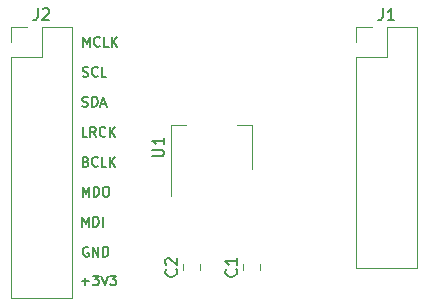
<source format=gto>
G04 #@! TF.GenerationSoftware,KiCad,Pcbnew,(5.1.9-0-10_14)*
G04 #@! TF.CreationDate,2021-05-15T14:25:56+02:00*
G04 #@! TF.ProjectId,Aurora_DSP_I2S_Extender,4175726f-7261-45f4-9453-505f4932535f,1*
G04 #@! TF.SameCoordinates,Original*
G04 #@! TF.FileFunction,Legend,Top*
G04 #@! TF.FilePolarity,Positive*
%FSLAX46Y46*%
G04 Gerber Fmt 4.6, Leading zero omitted, Abs format (unit mm)*
G04 Created by KiCad (PCBNEW (5.1.9-0-10_14)) date 2021-05-15 14:25:56*
%MOMM*%
%LPD*%
G01*
G04 APERTURE LIST*
%ADD10C,0.152400*%
%ADD11C,0.120000*%
%ADD12C,0.150000*%
%ADD13R,1.500000X2.000000*%
%ADD14R,3.800000X2.000000*%
%ADD15R,1.700000X1.700000*%
%ADD16O,1.700000X1.700000*%
G04 APERTURE END LIST*
D10*
X-16926076Y68942D02*
X-16306800Y68942D01*
X-16616438Y-240695D02*
X-16616438Y378580D01*
X-15997161Y572104D02*
X-15494000Y572104D01*
X-15764933Y262466D01*
X-15648819Y262466D01*
X-15571409Y223761D01*
X-15532704Y185057D01*
X-15494000Y107647D01*
X-15494000Y-85876D01*
X-15532704Y-163285D01*
X-15571409Y-201990D01*
X-15648819Y-240695D01*
X-15881047Y-240695D01*
X-15958457Y-201990D01*
X-15997161Y-163285D01*
X-15261771Y572104D02*
X-14990838Y-240695D01*
X-14719904Y572104D01*
X-14526380Y572104D02*
X-14023219Y572104D01*
X-14294152Y262466D01*
X-14178038Y262466D01*
X-14100628Y223761D01*
X-14061923Y185057D01*
X-14023219Y107647D01*
X-14023219Y-85876D01*
X-14061923Y-163285D01*
X-14100628Y-201990D01*
X-14178038Y-240695D01*
X-14410266Y-240695D01*
X-14487676Y-201990D01*
X-14526380Y-163285D01*
X-16367276Y2946400D02*
X-16444685Y2985104D01*
X-16560800Y2985104D01*
X-16676914Y2946400D01*
X-16754323Y2868990D01*
X-16793028Y2791580D01*
X-16831733Y2636761D01*
X-16831733Y2520647D01*
X-16793028Y2365828D01*
X-16754323Y2288419D01*
X-16676914Y2211009D01*
X-16560800Y2172304D01*
X-16483390Y2172304D01*
X-16367276Y2211009D01*
X-16328571Y2249714D01*
X-16328571Y2520647D01*
X-16483390Y2520647D01*
X-15980228Y2172304D02*
X-15980228Y2985104D01*
X-15515771Y2172304D01*
X-15515771Y2985104D01*
X-15128723Y2172304D02*
X-15128723Y2985104D01*
X-14935200Y2985104D01*
X-14819085Y2946400D01*
X-14741676Y2868990D01*
X-14702971Y2791580D01*
X-14664266Y2636761D01*
X-14664266Y2520647D01*
X-14702971Y2365828D01*
X-14741676Y2288419D01*
X-14819085Y2211009D01*
X-14935200Y2172304D01*
X-15128723Y2172304D01*
X-16872857Y4712304D02*
X-16872857Y5525104D01*
X-16601923Y4944533D01*
X-16330990Y5525104D01*
X-16330990Y4712304D01*
X-15943942Y4712304D02*
X-15943942Y5525104D01*
X-15750419Y5525104D01*
X-15634304Y5486400D01*
X-15556895Y5408990D01*
X-15518190Y5331580D01*
X-15479485Y5176761D01*
X-15479485Y5060647D01*
X-15518190Y4905828D01*
X-15556895Y4828419D01*
X-15634304Y4751009D01*
X-15750419Y4712304D01*
X-15943942Y4712304D01*
X-15131142Y4712304D02*
X-15131142Y5525104D01*
X-16851085Y7252304D02*
X-16851085Y8065104D01*
X-16580152Y7484533D01*
X-16309219Y8065104D01*
X-16309219Y7252304D01*
X-15922171Y7252304D02*
X-15922171Y8065104D01*
X-15728647Y8065104D01*
X-15612533Y8026400D01*
X-15535123Y7948990D01*
X-15496419Y7871580D01*
X-15457714Y7716761D01*
X-15457714Y7600647D01*
X-15496419Y7445828D01*
X-15535123Y7368419D01*
X-15612533Y7291009D01*
X-15728647Y7252304D01*
X-15922171Y7252304D01*
X-14954552Y8065104D02*
X-14799733Y8065104D01*
X-14722323Y8026400D01*
X-14644914Y7948990D01*
X-14606209Y7794171D01*
X-14606209Y7523238D01*
X-14644914Y7368419D01*
X-14722323Y7291009D01*
X-14799733Y7252304D01*
X-14954552Y7252304D01*
X-15031961Y7291009D01*
X-15109371Y7368419D01*
X-15148076Y7523238D01*
X-15148076Y7794171D01*
X-15109371Y7948990D01*
X-15031961Y8026400D01*
X-14954552Y8065104D01*
X-16577733Y10218057D02*
X-16461619Y10179352D01*
X-16422914Y10140647D01*
X-16384209Y10063238D01*
X-16384209Y9947123D01*
X-16422914Y9869714D01*
X-16461619Y9831009D01*
X-16539028Y9792304D01*
X-16848666Y9792304D01*
X-16848666Y10605104D01*
X-16577733Y10605104D01*
X-16500323Y10566400D01*
X-16461619Y10527695D01*
X-16422914Y10450285D01*
X-16422914Y10372876D01*
X-16461619Y10295466D01*
X-16500323Y10256761D01*
X-16577733Y10218057D01*
X-16848666Y10218057D01*
X-15571409Y9869714D02*
X-15610114Y9831009D01*
X-15726228Y9792304D01*
X-15803638Y9792304D01*
X-15919752Y9831009D01*
X-15997161Y9908419D01*
X-16035866Y9985828D01*
X-16074571Y10140647D01*
X-16074571Y10256761D01*
X-16035866Y10411580D01*
X-15997161Y10488990D01*
X-15919752Y10566400D01*
X-15803638Y10605104D01*
X-15726228Y10605104D01*
X-15610114Y10566400D01*
X-15571409Y10527695D01*
X-14836019Y9792304D02*
X-15223066Y9792304D01*
X-15223066Y10605104D01*
X-14565085Y9792304D02*
X-14565085Y10605104D01*
X-14100628Y9792304D02*
X-14448971Y10256761D01*
X-14100628Y10605104D02*
X-14565085Y10140647D01*
X-16461619Y12332304D02*
X-16848666Y12332304D01*
X-16848666Y13145104D01*
X-15726228Y12332304D02*
X-15997161Y12719352D01*
X-16190685Y12332304D02*
X-16190685Y13145104D01*
X-15881047Y13145104D01*
X-15803638Y13106400D01*
X-15764933Y13067695D01*
X-15726228Y12990285D01*
X-15726228Y12874171D01*
X-15764933Y12796761D01*
X-15803638Y12758057D01*
X-15881047Y12719352D01*
X-16190685Y12719352D01*
X-14913428Y12409714D02*
X-14952133Y12371009D01*
X-15068247Y12332304D01*
X-15145657Y12332304D01*
X-15261771Y12371009D01*
X-15339180Y12448419D01*
X-15377885Y12525828D01*
X-15416590Y12680647D01*
X-15416590Y12796761D01*
X-15377885Y12951580D01*
X-15339180Y13028990D01*
X-15261771Y13106400D01*
X-15145657Y13145104D01*
X-15068247Y13145104D01*
X-14952133Y13106400D01*
X-14913428Y13067695D01*
X-14565085Y12332304D02*
X-14565085Y13145104D01*
X-14100628Y12332304D02*
X-14448971Y12796761D01*
X-14100628Y13145104D02*
X-14565085Y12680647D01*
X-16861971Y14911009D02*
X-16745857Y14872304D01*
X-16552333Y14872304D01*
X-16474923Y14911009D01*
X-16436219Y14949714D01*
X-16397514Y15027123D01*
X-16397514Y15104533D01*
X-16436219Y15181942D01*
X-16474923Y15220647D01*
X-16552333Y15259352D01*
X-16707152Y15298057D01*
X-16784561Y15336761D01*
X-16823266Y15375466D01*
X-16861971Y15452876D01*
X-16861971Y15530285D01*
X-16823266Y15607695D01*
X-16784561Y15646400D01*
X-16707152Y15685104D01*
X-16513628Y15685104D01*
X-16397514Y15646400D01*
X-16049171Y14872304D02*
X-16049171Y15685104D01*
X-15855647Y15685104D01*
X-15739533Y15646400D01*
X-15662123Y15568990D01*
X-15623419Y15491580D01*
X-15584714Y15336761D01*
X-15584714Y15220647D01*
X-15623419Y15065828D01*
X-15662123Y14988419D01*
X-15739533Y14911009D01*
X-15855647Y14872304D01*
X-16049171Y14872304D01*
X-15275076Y15104533D02*
X-14888028Y15104533D01*
X-15352485Y14872304D02*
X-15081552Y15685104D01*
X-14810619Y14872304D01*
X-16842619Y17451009D02*
X-16726504Y17412304D01*
X-16532980Y17412304D01*
X-16455571Y17451009D01*
X-16416866Y17489714D01*
X-16378161Y17567123D01*
X-16378161Y17644533D01*
X-16416866Y17721942D01*
X-16455571Y17760647D01*
X-16532980Y17799352D01*
X-16687800Y17838057D01*
X-16765209Y17876761D01*
X-16803914Y17915466D01*
X-16842619Y17992876D01*
X-16842619Y18070285D01*
X-16803914Y18147695D01*
X-16765209Y18186400D01*
X-16687800Y18225104D01*
X-16494276Y18225104D01*
X-16378161Y18186400D01*
X-15565361Y17489714D02*
X-15604066Y17451009D01*
X-15720180Y17412304D01*
X-15797590Y17412304D01*
X-15913704Y17451009D01*
X-15991114Y17528419D01*
X-16029819Y17605828D01*
X-16068523Y17760647D01*
X-16068523Y17876761D01*
X-16029819Y18031580D01*
X-15991114Y18108990D01*
X-15913704Y18186400D01*
X-15797590Y18225104D01*
X-15720180Y18225104D01*
X-15604066Y18186400D01*
X-15565361Y18147695D01*
X-14829971Y17412304D02*
X-15217019Y17412304D01*
X-15217019Y18225104D01*
X-16779723Y19952304D02*
X-16779723Y20765104D01*
X-16508790Y20184533D01*
X-16237857Y20765104D01*
X-16237857Y19952304D01*
X-15386352Y20029714D02*
X-15425057Y19991009D01*
X-15541171Y19952304D01*
X-15618580Y19952304D01*
X-15734695Y19991009D01*
X-15812104Y20068419D01*
X-15850809Y20145828D01*
X-15889514Y20300647D01*
X-15889514Y20416761D01*
X-15850809Y20571580D01*
X-15812104Y20648990D01*
X-15734695Y20726400D01*
X-15618580Y20765104D01*
X-15541171Y20765104D01*
X-15425057Y20726400D01*
X-15386352Y20687695D01*
X-14650961Y19952304D02*
X-15038009Y19952304D01*
X-15038009Y20765104D01*
X-14380028Y19952304D02*
X-14380028Y20765104D01*
X-13915571Y19952304D02*
X-14263914Y20416761D01*
X-13915571Y20765104D02*
X-14380028Y20300647D01*
D11*
X-2505000Y13340000D02*
X-3765000Y13340000D01*
X-9325000Y13340000D02*
X-8065000Y13340000D01*
X-2505000Y9580000D02*
X-2505000Y13340000D01*
X-9325000Y7330000D02*
X-9325000Y13340000D01*
X-1805000Y1008748D02*
X-1805000Y1531252D01*
X-3275000Y1008748D02*
X-3275000Y1531252D01*
X-8355000Y1008748D02*
X-8355000Y1531252D01*
X-6885000Y1008748D02*
X-6885000Y1531252D01*
X6290000Y1210000D02*
X11490000Y1210000D01*
X6290000Y19050000D02*
X6290000Y1210000D01*
X11490000Y21650000D02*
X11490000Y1210000D01*
X6290000Y19050000D02*
X8890000Y19050000D01*
X8890000Y19050000D02*
X8890000Y21650000D01*
X8890000Y21650000D02*
X11490000Y21650000D01*
X6290000Y20320000D02*
X6290000Y21650000D01*
X6290000Y21650000D02*
X7620000Y21650000D01*
X-22920000Y-1330000D02*
X-17720000Y-1330000D01*
X-22920000Y19050000D02*
X-22920000Y-1330000D01*
X-17720000Y21650000D02*
X-17720000Y-1330000D01*
X-22920000Y19050000D02*
X-20320000Y19050000D01*
X-20320000Y19050000D02*
X-20320000Y21650000D01*
X-20320000Y21650000D02*
X-17720000Y21650000D01*
X-22920000Y20320000D02*
X-22920000Y21650000D01*
X-22920000Y21650000D02*
X-21590000Y21650000D01*
D12*
X-10962619Y10668095D02*
X-10153095Y10668095D01*
X-10057857Y10715714D01*
X-10010238Y10763333D01*
X-9962619Y10858571D01*
X-9962619Y11049047D01*
X-10010238Y11144285D01*
X-10057857Y11191904D01*
X-10153095Y11239523D01*
X-10962619Y11239523D01*
X-9962619Y12239523D02*
X-9962619Y11668095D01*
X-9962619Y11953809D02*
X-10962619Y11953809D01*
X-10819761Y11858571D01*
X-10724523Y11763333D01*
X-10676904Y11668095D01*
X-3862857Y1103333D02*
X-3815238Y1055714D01*
X-3767619Y912857D01*
X-3767619Y817619D01*
X-3815238Y674761D01*
X-3910476Y579523D01*
X-4005714Y531904D01*
X-4196190Y484285D01*
X-4339047Y484285D01*
X-4529523Y531904D01*
X-4624761Y579523D01*
X-4720000Y674761D01*
X-4767619Y817619D01*
X-4767619Y912857D01*
X-4720000Y1055714D01*
X-4672380Y1103333D01*
X-3767619Y2055714D02*
X-3767619Y1484285D01*
X-3767619Y1770000D02*
X-4767619Y1770000D01*
X-4624761Y1674761D01*
X-4529523Y1579523D01*
X-4481904Y1484285D01*
X-8942857Y1103333D02*
X-8895238Y1055714D01*
X-8847619Y912857D01*
X-8847619Y817619D01*
X-8895238Y674761D01*
X-8990476Y579523D01*
X-9085714Y531904D01*
X-9276190Y484285D01*
X-9419047Y484285D01*
X-9609523Y531904D01*
X-9704761Y579523D01*
X-9800000Y674761D01*
X-9847619Y817619D01*
X-9847619Y912857D01*
X-9800000Y1055714D01*
X-9752380Y1103333D01*
X-9752380Y1484285D02*
X-9800000Y1531904D01*
X-9847619Y1627142D01*
X-9847619Y1865238D01*
X-9800000Y1960476D01*
X-9752380Y2008095D01*
X-9657142Y2055714D01*
X-9561904Y2055714D01*
X-9419047Y2008095D01*
X-8847619Y1436666D01*
X-8847619Y2055714D01*
X8556666Y23197619D02*
X8556666Y22483333D01*
X8509047Y22340476D01*
X8413809Y22245238D01*
X8270952Y22197619D01*
X8175714Y22197619D01*
X9556666Y22197619D02*
X8985238Y22197619D01*
X9270952Y22197619D02*
X9270952Y23197619D01*
X9175714Y23054761D01*
X9080476Y22959523D01*
X8985238Y22911904D01*
X-20653333Y23197619D02*
X-20653333Y22483333D01*
X-20700952Y22340476D01*
X-20796190Y22245238D01*
X-20939047Y22197619D01*
X-21034285Y22197619D01*
X-20224761Y23102380D02*
X-20177142Y23150000D01*
X-20081904Y23197619D01*
X-19843809Y23197619D01*
X-19748571Y23150000D01*
X-19700952Y23102380D01*
X-19653333Y23007142D01*
X-19653333Y22911904D01*
X-19700952Y22769047D01*
X-20272380Y22197619D01*
X-19653333Y22197619D01*
%LPC*%
D13*
X-8215000Y8280000D03*
X-3615000Y8280000D03*
X-5915000Y8280000D03*
D14*
X-5915000Y14580000D03*
G36*
G01*
X-2065000Y1720000D02*
X-3015000Y1720000D01*
G75*
G02*
X-3265000Y1970000I0J250000D01*
G01*
X-3265000Y2645000D01*
G75*
G02*
X-3015000Y2895000I250000J0D01*
G01*
X-2065000Y2895000D01*
G75*
G02*
X-1815000Y2645000I0J-250000D01*
G01*
X-1815000Y1970000D01*
G75*
G02*
X-2065000Y1720000I-250000J0D01*
G01*
G37*
G36*
G01*
X-2065000Y-355000D02*
X-3015000Y-355000D01*
G75*
G02*
X-3265000Y-105000I0J250000D01*
G01*
X-3265000Y570000D01*
G75*
G02*
X-3015000Y820000I250000J0D01*
G01*
X-2065000Y820000D01*
G75*
G02*
X-1815000Y570000I0J-250000D01*
G01*
X-1815000Y-105000D01*
G75*
G02*
X-2065000Y-355000I-250000J0D01*
G01*
G37*
G36*
G01*
X-7145000Y-355000D02*
X-8095000Y-355000D01*
G75*
G02*
X-8345000Y-105000I0J250000D01*
G01*
X-8345000Y570000D01*
G75*
G02*
X-8095000Y820000I250000J0D01*
G01*
X-7145000Y820000D01*
G75*
G02*
X-6895000Y570000I0J-250000D01*
G01*
X-6895000Y-105000D01*
G75*
G02*
X-7145000Y-355000I-250000J0D01*
G01*
G37*
G36*
G01*
X-7145000Y1720000D02*
X-8095000Y1720000D01*
G75*
G02*
X-8345000Y1970000I0J250000D01*
G01*
X-8345000Y2645000D01*
G75*
G02*
X-8095000Y2895000I250000J0D01*
G01*
X-7145000Y2895000D01*
G75*
G02*
X-6895000Y2645000I0J-250000D01*
G01*
X-6895000Y1970000D01*
G75*
G02*
X-7145000Y1720000I-250000J0D01*
G01*
G37*
D15*
X7620000Y20320000D03*
D16*
X10160000Y20320000D03*
X7620000Y17780000D03*
X10160000Y17780000D03*
X7620000Y15240000D03*
X10160000Y15240000D03*
X7620000Y12700000D03*
X10160000Y12700000D03*
X7620000Y10160000D03*
X10160000Y10160000D03*
X7620000Y7620000D03*
X10160000Y7620000D03*
X7620000Y5080000D03*
X10160000Y5080000D03*
X7620000Y2540000D03*
X10160000Y2540000D03*
D15*
X-21590000Y20320000D03*
D16*
X-19050000Y20320000D03*
X-21590000Y17780000D03*
X-19050000Y17780000D03*
X-21590000Y15240000D03*
X-19050000Y15240000D03*
X-21590000Y12700000D03*
X-19050000Y12700000D03*
X-21590000Y10160000D03*
X-19050000Y10160000D03*
X-21590000Y7620000D03*
X-19050000Y7620000D03*
X-21590000Y5080000D03*
X-19050000Y5080000D03*
X-21590000Y2540000D03*
X-19050000Y2540000D03*
X-21590000Y0D03*
X-19050000Y0D03*
M02*

</source>
